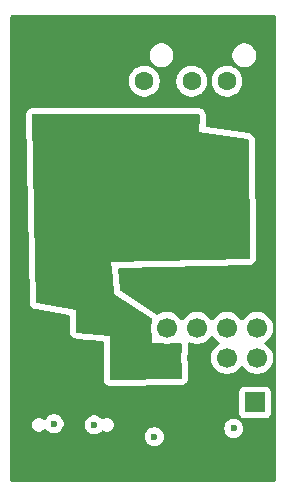
<source format=gbr>
%TF.GenerationSoftware,KiCad,Pcbnew,9.0.4*%
%TF.CreationDate,2025-09-28T00:51:41+02:00*%
%TF.ProjectId,BTM308-host-bottom,42544d33-3038-42d6-986f-73742d626f74,rev?*%
%TF.SameCoordinates,Original*%
%TF.FileFunction,Copper,L2,Inr*%
%TF.FilePolarity,Positive*%
%FSLAX46Y46*%
G04 Gerber Fmt 4.6, Leading zero omitted, Abs format (unit mm)*
G04 Created by KiCad (PCBNEW 9.0.4) date 2025-09-28 00:51:42*
%MOMM*%
%LPD*%
G01*
G04 APERTURE LIST*
%TA.AperFunction,ComponentPad*%
%ADD10R,1.700000X1.700000*%
%TD*%
%TA.AperFunction,ComponentPad*%
%ADD11C,1.700000*%
%TD*%
%TA.AperFunction,ComponentPad*%
%ADD12C,1.600000*%
%TD*%
%TA.AperFunction,HeatsinkPad*%
%ADD13O,1.000000X2.100000*%
%TD*%
%TA.AperFunction,HeatsinkPad*%
%ADD14O,1.000000X1.600000*%
%TD*%
%TA.AperFunction,ViaPad*%
%ADD15C,0.600000*%
%TD*%
G04 APERTURE END LIST*
D10*
%TO.N,AGND*%
%TO.C,J1*%
X155420000Y-85127500D03*
D11*
X155420000Y-82587500D03*
X157960000Y-85127500D03*
%TO.N,/SPK_AN*%
X157960000Y-82587500D03*
%TO.N,GND*%
X160500000Y-85127500D03*
%TO.N,/SPK_AP*%
X160500000Y-82587500D03*
%TO.N,/VCHG*%
X163040000Y-85127500D03*
%TO.N,/SPK_BP*%
X163040000Y-82587500D03*
%TO.N,/VBAT*%
X165580000Y-85127500D03*
%TO.N,/SPK_BN*%
X165580000Y-82587500D03*
%TD*%
D10*
%TO.N,GND*%
%TO.C,J4*%
X165400000Y-93800000D03*
%TD*%
%TO.N,/VBAT*%
%TO.C,J3*%
X165400000Y-88900000D03*
%TD*%
D12*
%TO.N,GND*%
%TO.C,U3*%
X155050000Y-57300000D03*
%TO.N,Net-(U3-Tip)*%
X156050000Y-61700000D03*
%TO.N,Net-(U3-Ring1)*%
X160050000Y-61700000D03*
%TO.N,unconnected-(U3-Ring2-Pad4)*%
X163050000Y-61700000D03*
%TD*%
D13*
%TO.N,GND*%
%TO.C,J2*%
X145680000Y-90267500D03*
D14*
X145680000Y-94447500D03*
D13*
X154320000Y-90267500D03*
D14*
X154320000Y-94447500D03*
%TD*%
D15*
%TO.N,GND*%
X153300000Y-59500000D03*
X164600000Y-63400000D03*
X157400000Y-63400000D03*
X154500000Y-79400000D03*
X146500000Y-60000000D03*
X145500000Y-76300000D03*
X145500000Y-81100000D03*
X145500000Y-83500000D03*
X145500000Y-71000000D03*
X156200000Y-95000000D03*
X160800000Y-91600000D03*
X166100000Y-62300000D03*
X147500000Y-57600000D03*
X145400000Y-73700000D03*
X160000000Y-80300000D03*
X163700000Y-87300000D03*
X160200000Y-95000000D03*
X166400000Y-64500000D03*
X166700000Y-57500000D03*
X151600000Y-61800000D03*
X166100000Y-72000000D03*
X148000000Y-92700000D03*
X166200000Y-69100000D03*
X150300000Y-91200000D03*
X145300000Y-68400000D03*
X162400000Y-59100000D03*
X166600000Y-59500000D03*
X164500000Y-79700000D03*
X159500000Y-63400000D03*
X146900000Y-85800000D03*
X155900000Y-89700000D03*
X150300000Y-58000000D03*
X166000000Y-91700000D03*
X145500000Y-92400000D03*
X166100000Y-75000000D03*
X163400000Y-93800000D03*
X162300000Y-57400000D03*
X159000000Y-91800000D03*
X152800000Y-95000000D03*
X145300000Y-62400000D03*
X147900000Y-95000000D03*
X164700000Y-57500000D03*
X154500000Y-92500000D03*
X162800000Y-88500000D03*
X148000000Y-81500000D03*
X159800000Y-57500000D03*
X163800000Y-78400000D03*
X152700000Y-62600000D03*
X150100000Y-93100000D03*
X150500000Y-95000000D03*
X159300000Y-59200000D03*
X145400000Y-65200000D03*
X152400000Y-93000000D03*
X158900000Y-79200000D03*
X163300000Y-95000000D03*
X145500000Y-78600000D03*
X161500000Y-87400000D03*
X148700000Y-59600000D03*
X161200000Y-94100000D03*
X145600000Y-57800000D03*
X165200000Y-61100000D03*
X157400000Y-57300000D03*
X152700000Y-57500000D03*
%TO.N,/VCHG*%
X148400000Y-90700000D03*
X156900000Y-91800000D03*
X151800000Y-90800000D03*
%TO.N,/VBAT*%
X163600000Y-91100000D03*
%TO.N,AGND*%
X148500000Y-64750000D03*
X155750000Y-69750000D03*
X150750000Y-67000000D03*
X150750000Y-78250000D03*
X152500000Y-82500000D03*
X150750000Y-69250000D03*
X150750000Y-64750000D03*
X150750000Y-71500000D03*
X150750000Y-80500000D03*
X150750000Y-75750000D03*
%TD*%
%TA.AperFunction,Conductor*%
%TO.N,GND*%
G36*
X167141600Y-56120471D02*
G01*
X167187355Y-56173275D01*
X167198561Y-56224786D01*
X167198561Y-95476786D01*
X167178876Y-95543825D01*
X167126072Y-95589580D01*
X167074561Y-95600786D01*
X144824500Y-95600786D01*
X144757461Y-95581101D01*
X144711706Y-95528297D01*
X144700500Y-95476786D01*
X144700500Y-91721153D01*
X156099500Y-91721153D01*
X156099500Y-91878846D01*
X156130261Y-92033489D01*
X156130264Y-92033501D01*
X156190602Y-92179172D01*
X156190609Y-92179185D01*
X156278210Y-92310288D01*
X156278213Y-92310292D01*
X156389707Y-92421786D01*
X156389711Y-92421789D01*
X156520814Y-92509390D01*
X156520827Y-92509397D01*
X156666498Y-92569735D01*
X156666503Y-92569737D01*
X156821153Y-92600499D01*
X156821156Y-92600500D01*
X156821158Y-92600500D01*
X156978844Y-92600500D01*
X156978845Y-92600499D01*
X157133497Y-92569737D01*
X157279179Y-92509394D01*
X157410289Y-92421789D01*
X157521789Y-92310289D01*
X157609394Y-92179179D01*
X157669737Y-92033497D01*
X157700500Y-91878842D01*
X157700500Y-91721158D01*
X157700500Y-91721155D01*
X157700499Y-91721153D01*
X157678447Y-91610292D01*
X157669737Y-91566503D01*
X157642398Y-91500500D01*
X157609397Y-91420827D01*
X157609390Y-91420814D01*
X157521789Y-91289711D01*
X157521786Y-91289707D01*
X157410292Y-91178213D01*
X157410288Y-91178210D01*
X157320429Y-91118168D01*
X157279185Y-91090609D01*
X157279172Y-91090602D01*
X157133501Y-91030264D01*
X157133489Y-91030261D01*
X157087701Y-91021153D01*
X162799500Y-91021153D01*
X162799500Y-91178846D01*
X162830261Y-91333489D01*
X162830264Y-91333501D01*
X162890602Y-91479172D01*
X162890609Y-91479185D01*
X162978210Y-91610288D01*
X162978213Y-91610292D01*
X163089707Y-91721786D01*
X163089711Y-91721789D01*
X163220814Y-91809390D01*
X163220827Y-91809397D01*
X163366498Y-91869735D01*
X163366503Y-91869737D01*
X163521153Y-91900499D01*
X163521156Y-91900500D01*
X163521158Y-91900500D01*
X163678844Y-91900500D01*
X163678845Y-91900499D01*
X163833497Y-91869737D01*
X163979179Y-91809394D01*
X164110289Y-91721789D01*
X164221789Y-91610289D01*
X164309394Y-91479179D01*
X164369737Y-91333497D01*
X164400500Y-91178842D01*
X164400500Y-91021158D01*
X164400500Y-91021155D01*
X164400499Y-91021153D01*
X164371082Y-90873265D01*
X164369737Y-90866503D01*
X164333427Y-90778842D01*
X164309397Y-90720827D01*
X164309390Y-90720814D01*
X164221789Y-90589711D01*
X164221786Y-90589707D01*
X164110292Y-90478213D01*
X164110288Y-90478210D01*
X163979185Y-90390609D01*
X163979172Y-90390602D01*
X163833501Y-90330264D01*
X163833489Y-90330261D01*
X163678845Y-90299500D01*
X163678842Y-90299500D01*
X163521158Y-90299500D01*
X163521155Y-90299500D01*
X163366510Y-90330261D01*
X163366498Y-90330264D01*
X163220827Y-90390602D01*
X163220814Y-90390609D01*
X163089711Y-90478210D01*
X163089707Y-90478213D01*
X162978213Y-90589707D01*
X162978210Y-90589711D01*
X162890609Y-90720814D01*
X162890602Y-90720827D01*
X162830264Y-90866498D01*
X162830261Y-90866510D01*
X162799500Y-91021153D01*
X157087701Y-91021153D01*
X156978845Y-90999500D01*
X156978842Y-90999500D01*
X156821158Y-90999500D01*
X156821155Y-90999500D01*
X156666510Y-91030261D01*
X156666498Y-91030264D01*
X156520827Y-91090602D01*
X156520814Y-91090609D01*
X156389711Y-91178210D01*
X156389707Y-91178213D01*
X156278213Y-91289707D01*
X156278210Y-91289711D01*
X156190609Y-91420814D01*
X156190602Y-91420827D01*
X156130264Y-91566498D01*
X156130261Y-91566510D01*
X156099500Y-91721153D01*
X144700500Y-91721153D01*
X144700500Y-90721734D01*
X146534500Y-90721734D01*
X146534500Y-90873265D01*
X146573719Y-91019636D01*
X146608093Y-91079172D01*
X146649485Y-91150865D01*
X146756635Y-91258015D01*
X146887865Y-91333781D01*
X147034234Y-91373000D01*
X147034236Y-91373000D01*
X147185764Y-91373000D01*
X147185766Y-91373000D01*
X147332135Y-91333781D01*
X147463365Y-91258015D01*
X147564380Y-91156999D01*
X147625699Y-91123517D01*
X147695391Y-91128501D01*
X147751325Y-91170372D01*
X147755160Y-91175791D01*
X147778213Y-91210292D01*
X147889707Y-91321786D01*
X147889711Y-91321789D01*
X148020814Y-91409390D01*
X148020827Y-91409397D01*
X148166498Y-91469735D01*
X148166503Y-91469737D01*
X148321153Y-91500499D01*
X148321156Y-91500500D01*
X148321158Y-91500500D01*
X148478844Y-91500500D01*
X148478845Y-91500499D01*
X148633497Y-91469737D01*
X148751592Y-91420821D01*
X148779172Y-91409397D01*
X148779172Y-91409396D01*
X148779179Y-91409394D01*
X148910289Y-91321789D01*
X149021789Y-91210289D01*
X149109394Y-91079179D01*
X149169737Y-90933497D01*
X149200500Y-90778842D01*
X149200500Y-90721153D01*
X150999500Y-90721153D01*
X150999500Y-90878846D01*
X151030261Y-91033489D01*
X151030264Y-91033501D01*
X151090602Y-91179172D01*
X151090609Y-91179185D01*
X151178210Y-91310288D01*
X151178213Y-91310292D01*
X151289707Y-91421786D01*
X151289711Y-91421789D01*
X151420814Y-91509390D01*
X151420827Y-91509397D01*
X151558683Y-91566498D01*
X151566503Y-91569737D01*
X151721153Y-91600499D01*
X151721156Y-91600500D01*
X151721158Y-91600500D01*
X151878844Y-91600500D01*
X151878845Y-91600499D01*
X151889179Y-91598443D01*
X151914287Y-91593450D01*
X151914292Y-91593449D01*
X151999800Y-91576439D01*
X152033497Y-91569737D01*
X152179179Y-91509394D01*
X152310289Y-91421789D01*
X152359079Y-91372999D01*
X152426097Y-91305982D01*
X152427144Y-91307029D01*
X152478803Y-91271828D01*
X152548648Y-91269946D01*
X152578926Y-91282432D01*
X152667865Y-91333781D01*
X152814234Y-91373000D01*
X152814236Y-91373000D01*
X152965764Y-91373000D01*
X152965766Y-91373000D01*
X153112135Y-91333781D01*
X153243365Y-91258015D01*
X153350515Y-91150865D01*
X153426281Y-91019635D01*
X153465500Y-90873266D01*
X153465500Y-90721734D01*
X153426281Y-90575365D01*
X153350515Y-90444135D01*
X153243365Y-90336985D01*
X153167803Y-90293359D01*
X153112136Y-90261219D01*
X153038950Y-90241609D01*
X152965766Y-90222000D01*
X152814234Y-90222000D01*
X152667865Y-90261219D01*
X152667864Y-90261219D01*
X152667862Y-90261220D01*
X152667861Y-90261220D01*
X152576146Y-90314172D01*
X152508245Y-90330645D01*
X152442219Y-90307792D01*
X152426755Y-90293359D01*
X152426097Y-90294018D01*
X152310292Y-90178213D01*
X152310288Y-90178210D01*
X152179185Y-90090609D01*
X152179172Y-90090602D01*
X152033501Y-90030264D01*
X152033489Y-90030261D01*
X151878845Y-89999500D01*
X151878842Y-89999500D01*
X151721158Y-89999500D01*
X151721155Y-89999500D01*
X151566510Y-90030261D01*
X151566498Y-90030264D01*
X151420827Y-90090602D01*
X151420814Y-90090609D01*
X151289711Y-90178210D01*
X151289707Y-90178213D01*
X151178213Y-90289707D01*
X151178210Y-90289711D01*
X151090609Y-90420814D01*
X151090602Y-90420827D01*
X151030264Y-90566498D01*
X151030261Y-90566510D01*
X150999500Y-90721153D01*
X149200500Y-90721153D01*
X149200500Y-90621158D01*
X149200500Y-90621155D01*
X149200499Y-90621153D01*
X149172066Y-90478211D01*
X149169737Y-90466503D01*
X149136762Y-90386894D01*
X149109397Y-90320827D01*
X149109390Y-90320814D01*
X149021789Y-90189711D01*
X149021786Y-90189707D01*
X148910292Y-90078213D01*
X148910288Y-90078210D01*
X148779185Y-89990609D01*
X148779172Y-89990602D01*
X148633501Y-89930264D01*
X148633489Y-89930261D01*
X148478845Y-89899500D01*
X148478842Y-89899500D01*
X148321158Y-89899500D01*
X148321155Y-89899500D01*
X148166510Y-89930261D01*
X148166498Y-89930264D01*
X148020827Y-89990602D01*
X148020814Y-89990609D01*
X147889711Y-90078210D01*
X147889707Y-90078213D01*
X147778213Y-90189707D01*
X147778210Y-90189711D01*
X147690609Y-90320814D01*
X147690604Y-90320824D01*
X147690332Y-90321482D01*
X147690097Y-90321773D01*
X147687736Y-90326191D01*
X147686898Y-90325743D01*
X147646491Y-90375885D01*
X147580197Y-90397950D01*
X147512497Y-90380671D01*
X147488090Y-90361710D01*
X147463367Y-90336987D01*
X147463365Y-90336985D01*
X147387803Y-90293359D01*
X147332136Y-90261219D01*
X147258950Y-90241609D01*
X147185766Y-90222000D01*
X147034234Y-90222000D01*
X146887863Y-90261219D01*
X146756635Y-90336985D01*
X146756632Y-90336987D01*
X146649487Y-90444132D01*
X146649485Y-90444135D01*
X146573719Y-90575363D01*
X146534500Y-90721734D01*
X144700500Y-90721734D01*
X144700500Y-88002135D01*
X164049500Y-88002135D01*
X164049500Y-89797870D01*
X164049501Y-89797876D01*
X164055908Y-89857483D01*
X164106202Y-89992328D01*
X164106206Y-89992335D01*
X164192452Y-90107544D01*
X164192455Y-90107547D01*
X164307664Y-90193793D01*
X164307671Y-90193797D01*
X164442517Y-90244091D01*
X164442516Y-90244091D01*
X164449444Y-90244835D01*
X164502127Y-90250500D01*
X166297872Y-90250499D01*
X166357483Y-90244091D01*
X166492331Y-90193796D01*
X166607546Y-90107546D01*
X166693796Y-89992331D01*
X166744091Y-89857483D01*
X166750500Y-89797873D01*
X166750499Y-88002128D01*
X166744091Y-87942517D01*
X166693796Y-87807669D01*
X166693795Y-87807668D01*
X166693793Y-87807664D01*
X166607547Y-87692455D01*
X166607544Y-87692452D01*
X166492335Y-87606206D01*
X166492328Y-87606202D01*
X166357482Y-87555908D01*
X166357483Y-87555908D01*
X166297883Y-87549501D01*
X166297881Y-87549500D01*
X166297873Y-87549500D01*
X166297864Y-87549500D01*
X164502129Y-87549500D01*
X164502123Y-87549501D01*
X164442516Y-87555908D01*
X164307671Y-87606202D01*
X164307664Y-87606206D01*
X164192455Y-87692452D01*
X164192452Y-87692455D01*
X164106206Y-87807664D01*
X164106202Y-87807671D01*
X164055908Y-87942517D01*
X164049501Y-88002116D01*
X164049501Y-88002123D01*
X164049500Y-88002135D01*
X144700500Y-88002135D01*
X144700500Y-64625843D01*
X145997241Y-64625843D01*
X146324970Y-80387683D01*
X146329946Y-80448697D01*
X146329947Y-80448704D01*
X146334188Y-80478382D01*
X146346499Y-80538331D01*
X146346502Y-80538342D01*
X146403315Y-80670529D01*
X146403316Y-80670530D01*
X146437009Y-80725643D01*
X146438044Y-80727509D01*
X146439760Y-80730142D01*
X146439763Y-80730148D01*
X146531519Y-80840974D01*
X146650781Y-80921460D01*
X146713669Y-80951905D01*
X146850772Y-80995530D01*
X149640902Y-81460891D01*
X149703788Y-81491335D01*
X149740232Y-81550947D01*
X149744500Y-81583200D01*
X149744500Y-82887076D01*
X149744501Y-82887101D01*
X149751572Y-82971341D01*
X149751572Y-82971343D01*
X149758459Y-83012083D01*
X149758461Y-83012092D01*
X149758462Y-83012096D01*
X149779477Y-83093992D01*
X149844176Y-83218963D01*
X149845628Y-83221766D01*
X149886253Y-83278610D01*
X149957358Y-83352926D01*
X149985718Y-83382567D01*
X150110446Y-83454293D01*
X150110447Y-83454293D01*
X150110450Y-83454295D01*
X150136408Y-83464635D01*
X150173457Y-83479393D01*
X150175154Y-83480102D01*
X150175357Y-83480150D01*
X150175359Y-83480152D01*
X150315242Y-83513832D01*
X152512074Y-83719785D01*
X152576984Y-83745642D01*
X152617610Y-83802486D01*
X152624500Y-83843244D01*
X152624500Y-85224760D01*
X152624482Y-85226849D01*
X152596514Y-86886882D01*
X152596514Y-86886890D01*
X152607983Y-87002795D01*
X152607985Y-87002810D01*
X152607986Y-87002815D01*
X152620048Y-87058285D01*
X152657748Y-87168498D01*
X152737537Y-87288219D01*
X152737539Y-87288221D01*
X152737542Y-87288225D01*
X152777130Y-87332403D01*
X152784169Y-87340258D01*
X152894458Y-87432653D01*
X152894459Y-87432653D01*
X152894461Y-87432655D01*
X153026317Y-87490237D01*
X153090534Y-87507936D01*
X153092498Y-87508534D01*
X153093675Y-87508802D01*
X153093678Y-87508803D01*
X153236415Y-87526903D01*
X159136248Y-87428573D01*
X159239871Y-87416069D01*
X159289539Y-87404779D01*
X159388394Y-87371256D01*
X159509279Y-87293229D01*
X159561992Y-87247370D01*
X159655995Y-87138451D01*
X159715508Y-87007456D01*
X159734407Y-86942619D01*
X159734920Y-86940976D01*
X159735060Y-86940382D01*
X159735061Y-86940377D01*
X159735062Y-86940374D01*
X159755257Y-86797918D01*
X159753015Y-85661458D01*
X159746714Y-85582881D01*
X159740645Y-85544808D01*
X159722206Y-85468174D01*
X159678822Y-85334651D01*
X159674280Y-85315731D01*
X159656527Y-85203641D01*
X159655000Y-85184243D01*
X159655000Y-85070752D01*
X159656527Y-85051355D01*
X159661301Y-85021213D01*
X159674280Y-84939260D01*
X159678822Y-84920345D01*
X159720103Y-84793298D01*
X159720106Y-84793290D01*
X159738702Y-84715666D01*
X159744771Y-84677103D01*
X159750916Y-84597518D01*
X159749700Y-83981184D01*
X159744521Y-83933679D01*
X159756824Y-83864904D01*
X159804359Y-83813696D01*
X159872032Y-83796316D01*
X159924084Y-83809757D01*
X159981588Y-83839057D01*
X160183757Y-83904746D01*
X160393713Y-83938000D01*
X160393714Y-83938000D01*
X160606286Y-83938000D01*
X160606287Y-83938000D01*
X160816243Y-83904746D01*
X161018412Y-83839057D01*
X161207816Y-83742551D01*
X161239151Y-83719785D01*
X161379786Y-83617609D01*
X161379788Y-83617606D01*
X161379792Y-83617604D01*
X161530104Y-83467292D01*
X161530106Y-83467288D01*
X161530109Y-83467286D01*
X161655048Y-83295320D01*
X161655047Y-83295320D01*
X161655051Y-83295316D01*
X161659514Y-83286554D01*
X161707488Y-83235759D01*
X161775308Y-83218963D01*
X161841444Y-83241499D01*
X161880486Y-83286556D01*
X161884951Y-83295320D01*
X162009890Y-83467286D01*
X162160213Y-83617609D01*
X162332182Y-83742550D01*
X162340946Y-83747016D01*
X162391742Y-83794991D01*
X162408536Y-83862812D01*
X162385998Y-83928947D01*
X162340946Y-83967984D01*
X162332182Y-83972449D01*
X162160213Y-84097390D01*
X162009890Y-84247713D01*
X161884951Y-84419679D01*
X161788444Y-84609085D01*
X161722753Y-84811260D01*
X161705476Y-84920345D01*
X161689500Y-85021213D01*
X161689500Y-85233787D01*
X161722754Y-85443743D01*
X161755590Y-85544802D01*
X161788444Y-85645914D01*
X161884951Y-85835320D01*
X162009890Y-86007286D01*
X162160213Y-86157609D01*
X162332179Y-86282548D01*
X162332181Y-86282549D01*
X162332184Y-86282551D01*
X162521588Y-86379057D01*
X162723757Y-86444746D01*
X162933713Y-86478000D01*
X162933714Y-86478000D01*
X163146286Y-86478000D01*
X163146287Y-86478000D01*
X163356243Y-86444746D01*
X163558412Y-86379057D01*
X163747816Y-86282551D01*
X163769789Y-86266586D01*
X163919786Y-86157609D01*
X163919788Y-86157606D01*
X163919792Y-86157604D01*
X164070104Y-86007292D01*
X164070106Y-86007288D01*
X164070109Y-86007286D01*
X164195048Y-85835320D01*
X164195047Y-85835320D01*
X164195051Y-85835316D01*
X164199514Y-85826554D01*
X164247488Y-85775759D01*
X164315308Y-85758963D01*
X164381444Y-85781499D01*
X164420486Y-85826556D01*
X164424951Y-85835320D01*
X164549890Y-86007286D01*
X164700213Y-86157609D01*
X164872179Y-86282548D01*
X164872181Y-86282549D01*
X164872184Y-86282551D01*
X165061588Y-86379057D01*
X165263757Y-86444746D01*
X165473713Y-86478000D01*
X165473714Y-86478000D01*
X165686286Y-86478000D01*
X165686287Y-86478000D01*
X165896243Y-86444746D01*
X166098412Y-86379057D01*
X166287816Y-86282551D01*
X166309789Y-86266586D01*
X166459786Y-86157609D01*
X166459788Y-86157606D01*
X166459792Y-86157604D01*
X166610104Y-86007292D01*
X166610106Y-86007288D01*
X166610109Y-86007286D01*
X166735048Y-85835320D01*
X166735047Y-85835320D01*
X166735051Y-85835316D01*
X166831557Y-85645912D01*
X166897246Y-85443743D01*
X166930500Y-85233787D01*
X166930500Y-85021213D01*
X166897246Y-84811257D01*
X166831557Y-84609088D01*
X166735051Y-84419684D01*
X166735049Y-84419681D01*
X166735048Y-84419679D01*
X166610109Y-84247713D01*
X166459786Y-84097390D01*
X166287820Y-83972451D01*
X166287115Y-83972091D01*
X166279054Y-83967985D01*
X166228259Y-83920012D01*
X166211463Y-83852192D01*
X166233999Y-83786056D01*
X166279054Y-83747015D01*
X166287816Y-83742551D01*
X166319151Y-83719785D01*
X166459786Y-83617609D01*
X166459788Y-83617606D01*
X166459792Y-83617604D01*
X166610104Y-83467292D01*
X166610106Y-83467288D01*
X166610109Y-83467286D01*
X166735048Y-83295320D01*
X166735047Y-83295320D01*
X166735051Y-83295316D01*
X166831557Y-83105912D01*
X166897246Y-82903743D01*
X166930500Y-82693787D01*
X166930500Y-82481213D01*
X166897246Y-82271257D01*
X166831557Y-82069088D01*
X166735051Y-81879684D01*
X166735049Y-81879681D01*
X166735048Y-81879679D01*
X166610109Y-81707713D01*
X166459786Y-81557390D01*
X166287820Y-81432451D01*
X166098414Y-81335944D01*
X166098413Y-81335943D01*
X166098412Y-81335943D01*
X165896243Y-81270254D01*
X165896241Y-81270253D01*
X165896240Y-81270253D01*
X165734957Y-81244708D01*
X165686287Y-81237000D01*
X165473713Y-81237000D01*
X165425042Y-81244708D01*
X165263760Y-81270253D01*
X165061585Y-81335944D01*
X164872179Y-81432451D01*
X164700213Y-81557390D01*
X164549890Y-81707713D01*
X164424949Y-81879682D01*
X164420484Y-81888446D01*
X164372509Y-81939242D01*
X164304688Y-81956036D01*
X164238553Y-81933498D01*
X164199516Y-81888446D01*
X164195050Y-81879682D01*
X164070109Y-81707713D01*
X163919786Y-81557390D01*
X163747820Y-81432451D01*
X163558414Y-81335944D01*
X163558413Y-81335943D01*
X163558412Y-81335943D01*
X163356243Y-81270254D01*
X163356241Y-81270253D01*
X163356240Y-81270253D01*
X163194957Y-81244708D01*
X163146287Y-81237000D01*
X162933713Y-81237000D01*
X162885042Y-81244708D01*
X162723760Y-81270253D01*
X162521585Y-81335944D01*
X162332179Y-81432451D01*
X162160213Y-81557390D01*
X162009890Y-81707713D01*
X161884949Y-81879682D01*
X161880484Y-81888446D01*
X161832509Y-81939242D01*
X161764688Y-81956036D01*
X161698553Y-81933498D01*
X161659516Y-81888446D01*
X161655050Y-81879682D01*
X161530109Y-81707713D01*
X161379786Y-81557390D01*
X161207820Y-81432451D01*
X161018414Y-81335944D01*
X161018413Y-81335943D01*
X161018412Y-81335943D01*
X160816243Y-81270254D01*
X160816241Y-81270253D01*
X160816240Y-81270253D01*
X160654957Y-81244708D01*
X160606287Y-81237000D01*
X160393713Y-81237000D01*
X160345042Y-81244708D01*
X160183760Y-81270253D01*
X159981585Y-81335944D01*
X159792179Y-81432451D01*
X159620213Y-81557390D01*
X159469890Y-81707713D01*
X159344949Y-81879682D01*
X159340484Y-81888446D01*
X159292509Y-81939242D01*
X159224688Y-81956036D01*
X159158553Y-81933498D01*
X159119516Y-81888446D01*
X159115050Y-81879682D01*
X158990109Y-81707713D01*
X158839786Y-81557390D01*
X158667820Y-81432451D01*
X158478414Y-81335944D01*
X158478413Y-81335943D01*
X158478412Y-81335943D01*
X158276243Y-81270254D01*
X158276241Y-81270253D01*
X158276240Y-81270253D01*
X158114957Y-81244708D01*
X158066287Y-81237000D01*
X157853713Y-81237000D01*
X157805042Y-81244708D01*
X157643760Y-81270253D01*
X157441585Y-81335944D01*
X157252186Y-81432447D01*
X157225305Y-81451977D01*
X157159498Y-81475454D01*
X157091444Y-81459626D01*
X157059626Y-81433903D01*
X157010501Y-81378476D01*
X157010496Y-81378471D01*
X157010493Y-81378468D01*
X156900710Y-81285471D01*
X156900702Y-81285465D01*
X154038381Y-79490907D01*
X153992038Y-79438619D01*
X153980588Y-79395008D01*
X153904268Y-78364681D01*
X153903586Y-78356403D01*
X153903219Y-78352353D01*
X153902405Y-78344120D01*
X153825675Y-77627978D01*
X153838105Y-77559224D01*
X153885734Y-77508104D01*
X153946328Y-77490797D01*
X164888189Y-77257993D01*
X164992567Y-77244821D01*
X165042549Y-77233130D01*
X165141924Y-77198647D01*
X165262193Y-77119672D01*
X165313885Y-77073982D01*
X165314489Y-77073456D01*
X165314550Y-77073395D01*
X165314551Y-77073394D01*
X165407696Y-76963733D01*
X165466173Y-76832272D01*
X165485196Y-76765041D01*
X165504267Y-76622433D01*
X165406524Y-66701493D01*
X165401010Y-66631848D01*
X165395962Y-66598028D01*
X165380895Y-66529796D01*
X165321006Y-66398972D01*
X165283178Y-66340228D01*
X165188864Y-66231583D01*
X165067755Y-66153903D01*
X165046992Y-66144443D01*
X165004199Y-66124946D01*
X165004184Y-66124939D01*
X165004174Y-66124935D01*
X165004169Y-66124933D01*
X165004167Y-66124932D01*
X165004164Y-66124931D01*
X165004161Y-66124930D01*
X164866093Y-66084524D01*
X164866088Y-66084523D01*
X161334027Y-65579943D01*
X161270445Y-65550975D01*
X161232617Y-65492231D01*
X161227661Y-65452266D01*
X161259978Y-64638981D01*
X161250866Y-64521313D01*
X161239763Y-64464888D01*
X161203612Y-64352535D01*
X161125835Y-64231489D01*
X161091756Y-64192152D01*
X161086887Y-64184576D01*
X161080085Y-64178680D01*
X160971356Y-64084449D01*
X160840483Y-64024667D01*
X160840481Y-64024666D01*
X160840478Y-64024665D01*
X160773448Y-64004977D01*
X160769263Y-64004375D01*
X160759337Y-64002947D01*
X160631031Y-63984487D01*
X151012697Y-63983643D01*
X150988517Y-63981260D01*
X150828846Y-63949500D01*
X150828842Y-63949500D01*
X150671158Y-63949500D01*
X150671156Y-63949500D01*
X150511722Y-63981214D01*
X150487519Y-63983597D01*
X148761698Y-63983445D01*
X148737518Y-63981062D01*
X148578845Y-63949500D01*
X148578842Y-63949500D01*
X148421158Y-63949500D01*
X148421155Y-63949500D01*
X148262709Y-63981017D01*
X148238507Y-63983400D01*
X146626663Y-63983259D01*
X146626662Y-63983259D01*
X146626659Y-63983259D01*
X146626650Y-63983259D01*
X146626650Y-63983260D01*
X146514057Y-63995950D01*
X146460195Y-64008252D01*
X146460181Y-64008256D01*
X146353259Y-64045703D01*
X146353253Y-64045706D01*
X146233863Y-64125988D01*
X146233858Y-64125992D01*
X146182421Y-64172469D01*
X146182248Y-64172625D01*
X146182018Y-64172831D01*
X146133290Y-64231489D01*
X146090074Y-64283511D01*
X146090074Y-64283512D01*
X146033037Y-64415605D01*
X146014752Y-64483035D01*
X145997241Y-64625843D01*
X144700500Y-64625843D01*
X144700500Y-61597648D01*
X154749500Y-61597648D01*
X154749500Y-61802351D01*
X154781522Y-62004534D01*
X154844781Y-62199223D01*
X154937715Y-62381613D01*
X155058028Y-62547213D01*
X155202786Y-62691971D01*
X155357749Y-62804556D01*
X155368390Y-62812287D01*
X155484607Y-62871503D01*
X155550776Y-62905218D01*
X155550778Y-62905218D01*
X155550781Y-62905220D01*
X155655137Y-62939127D01*
X155745465Y-62968477D01*
X155846557Y-62984488D01*
X155947648Y-63000500D01*
X155947649Y-63000500D01*
X156152351Y-63000500D01*
X156152352Y-63000500D01*
X156354534Y-62968477D01*
X156549219Y-62905220D01*
X156731610Y-62812287D01*
X156824590Y-62744732D01*
X156897213Y-62691971D01*
X156897215Y-62691968D01*
X156897219Y-62691966D01*
X157041966Y-62547219D01*
X157041968Y-62547215D01*
X157041971Y-62547213D01*
X157094732Y-62474590D01*
X157162287Y-62381610D01*
X157255220Y-62199219D01*
X157318477Y-62004534D01*
X157350500Y-61802352D01*
X157350500Y-61597648D01*
X158749500Y-61597648D01*
X158749500Y-61802351D01*
X158781522Y-62004534D01*
X158844781Y-62199223D01*
X158937715Y-62381613D01*
X159058028Y-62547213D01*
X159202786Y-62691971D01*
X159357749Y-62804556D01*
X159368390Y-62812287D01*
X159484607Y-62871503D01*
X159550776Y-62905218D01*
X159550778Y-62905218D01*
X159550781Y-62905220D01*
X159655137Y-62939127D01*
X159745465Y-62968477D01*
X159846557Y-62984488D01*
X159947648Y-63000500D01*
X159947649Y-63000500D01*
X160152351Y-63000500D01*
X160152352Y-63000500D01*
X160354534Y-62968477D01*
X160549219Y-62905220D01*
X160731610Y-62812287D01*
X160824590Y-62744732D01*
X160897213Y-62691971D01*
X160897215Y-62691968D01*
X160897219Y-62691966D01*
X161041966Y-62547219D01*
X161041968Y-62547215D01*
X161041971Y-62547213D01*
X161094732Y-62474590D01*
X161162287Y-62381610D01*
X161255220Y-62199219D01*
X161318477Y-62004534D01*
X161350500Y-61802352D01*
X161350500Y-61597648D01*
X161749500Y-61597648D01*
X161749500Y-61802351D01*
X161781522Y-62004534D01*
X161844781Y-62199223D01*
X161937715Y-62381613D01*
X162058028Y-62547213D01*
X162202786Y-62691971D01*
X162357749Y-62804556D01*
X162368390Y-62812287D01*
X162484607Y-62871503D01*
X162550776Y-62905218D01*
X162550778Y-62905218D01*
X162550781Y-62905220D01*
X162655137Y-62939127D01*
X162745465Y-62968477D01*
X162846557Y-62984488D01*
X162947648Y-63000500D01*
X162947649Y-63000500D01*
X163152351Y-63000500D01*
X163152352Y-63000500D01*
X163354534Y-62968477D01*
X163549219Y-62905220D01*
X163731610Y-62812287D01*
X163824590Y-62744732D01*
X163897213Y-62691971D01*
X163897215Y-62691968D01*
X163897219Y-62691966D01*
X164041966Y-62547219D01*
X164041968Y-62547215D01*
X164041971Y-62547213D01*
X164094732Y-62474590D01*
X164162287Y-62381610D01*
X164255220Y-62199219D01*
X164318477Y-62004534D01*
X164350500Y-61802352D01*
X164350500Y-61597648D01*
X164318477Y-61395466D01*
X164255220Y-61200781D01*
X164255218Y-61200778D01*
X164255218Y-61200776D01*
X164221503Y-61134607D01*
X164162287Y-61018390D01*
X164154556Y-61007749D01*
X164041971Y-60852786D01*
X163897213Y-60708028D01*
X163731613Y-60587715D01*
X163731612Y-60587714D01*
X163731610Y-60587713D01*
X163674653Y-60558691D01*
X163549223Y-60494781D01*
X163354534Y-60431522D01*
X163179995Y-60403878D01*
X163152352Y-60399500D01*
X162947648Y-60399500D01*
X162923329Y-60403351D01*
X162745465Y-60431522D01*
X162550776Y-60494781D01*
X162368386Y-60587715D01*
X162202786Y-60708028D01*
X162058028Y-60852786D01*
X161937715Y-61018386D01*
X161844781Y-61200776D01*
X161781522Y-61395465D01*
X161749500Y-61597648D01*
X161350500Y-61597648D01*
X161318477Y-61395466D01*
X161255220Y-61200781D01*
X161255218Y-61200778D01*
X161255218Y-61200776D01*
X161221503Y-61134607D01*
X161162287Y-61018390D01*
X161154556Y-61007749D01*
X161041971Y-60852786D01*
X160897213Y-60708028D01*
X160731613Y-60587715D01*
X160731612Y-60587714D01*
X160731610Y-60587713D01*
X160674653Y-60558691D01*
X160549223Y-60494781D01*
X160354534Y-60431522D01*
X160179995Y-60403878D01*
X160152352Y-60399500D01*
X159947648Y-60399500D01*
X159923329Y-60403351D01*
X159745465Y-60431522D01*
X159550776Y-60494781D01*
X159368386Y-60587715D01*
X159202786Y-60708028D01*
X159058028Y-60852786D01*
X158937715Y-61018386D01*
X158844781Y-61200776D01*
X158781522Y-61395465D01*
X158749500Y-61597648D01*
X157350500Y-61597648D01*
X157318477Y-61395466D01*
X157255220Y-61200781D01*
X157255218Y-61200778D01*
X157255218Y-61200776D01*
X157221503Y-61134607D01*
X157162287Y-61018390D01*
X157154556Y-61007749D01*
X157041971Y-60852786D01*
X156897213Y-60708028D01*
X156731613Y-60587715D01*
X156731612Y-60587714D01*
X156731610Y-60587713D01*
X156674653Y-60558691D01*
X156549223Y-60494781D01*
X156354534Y-60431522D01*
X156179995Y-60403878D01*
X156152352Y-60399500D01*
X155947648Y-60399500D01*
X155923329Y-60403351D01*
X155745465Y-60431522D01*
X155550776Y-60494781D01*
X155368386Y-60587715D01*
X155202786Y-60708028D01*
X155058028Y-60852786D01*
X154937715Y-61018386D01*
X154844781Y-61200776D01*
X154781522Y-61395465D01*
X154749500Y-61597648D01*
X144700500Y-61597648D01*
X144700500Y-59598543D01*
X156499499Y-59598543D01*
X156537947Y-59791829D01*
X156537950Y-59791839D01*
X156613364Y-59973907D01*
X156613371Y-59973920D01*
X156722860Y-60137781D01*
X156722863Y-60137785D01*
X156862214Y-60277136D01*
X156862218Y-60277139D01*
X157026079Y-60386628D01*
X157026092Y-60386635D01*
X157134463Y-60431523D01*
X157208165Y-60462051D01*
X157208169Y-60462051D01*
X157208170Y-60462052D01*
X157401456Y-60500500D01*
X157401459Y-60500500D01*
X157598543Y-60500500D01*
X157728582Y-60474632D01*
X157791835Y-60462051D01*
X157973914Y-60386632D01*
X158137782Y-60277139D01*
X158277139Y-60137782D01*
X158386632Y-59973914D01*
X158462051Y-59791835D01*
X158500500Y-59598543D01*
X163499499Y-59598543D01*
X163537947Y-59791829D01*
X163537950Y-59791839D01*
X163613364Y-59973907D01*
X163613371Y-59973920D01*
X163722860Y-60137781D01*
X163722863Y-60137785D01*
X163862214Y-60277136D01*
X163862218Y-60277139D01*
X164026079Y-60386628D01*
X164026092Y-60386635D01*
X164134463Y-60431523D01*
X164208165Y-60462051D01*
X164208169Y-60462051D01*
X164208170Y-60462052D01*
X164401456Y-60500500D01*
X164401459Y-60500500D01*
X164598543Y-60500500D01*
X164728582Y-60474632D01*
X164791835Y-60462051D01*
X164973914Y-60386632D01*
X165137782Y-60277139D01*
X165277139Y-60137782D01*
X165386632Y-59973914D01*
X165462051Y-59791835D01*
X165500500Y-59598541D01*
X165500500Y-59401459D01*
X165500500Y-59401456D01*
X165462052Y-59208170D01*
X165462051Y-59208169D01*
X165462051Y-59208165D01*
X165462049Y-59208160D01*
X165386635Y-59026092D01*
X165386628Y-59026079D01*
X165277139Y-58862218D01*
X165277136Y-58862214D01*
X165137785Y-58722863D01*
X165137781Y-58722860D01*
X164973920Y-58613371D01*
X164973907Y-58613364D01*
X164791839Y-58537950D01*
X164791829Y-58537947D01*
X164598543Y-58499500D01*
X164598541Y-58499500D01*
X164401459Y-58499500D01*
X164401457Y-58499500D01*
X164208170Y-58537947D01*
X164208160Y-58537950D01*
X164026092Y-58613364D01*
X164026079Y-58613371D01*
X163862218Y-58722860D01*
X163862214Y-58722863D01*
X163722863Y-58862214D01*
X163722860Y-58862218D01*
X163613371Y-59026079D01*
X163613364Y-59026092D01*
X163537950Y-59208160D01*
X163537947Y-59208170D01*
X163499500Y-59401456D01*
X163499500Y-59401459D01*
X163499500Y-59598541D01*
X163499500Y-59598543D01*
X163499499Y-59598543D01*
X158500500Y-59598543D01*
X158500500Y-59598541D01*
X158500500Y-59401459D01*
X158500500Y-59401456D01*
X158462052Y-59208170D01*
X158462051Y-59208169D01*
X158462051Y-59208165D01*
X158462049Y-59208160D01*
X158386635Y-59026092D01*
X158386628Y-59026079D01*
X158277139Y-58862218D01*
X158277136Y-58862214D01*
X158137785Y-58722863D01*
X158137781Y-58722860D01*
X157973920Y-58613371D01*
X157973907Y-58613364D01*
X157791839Y-58537950D01*
X157791829Y-58537947D01*
X157598543Y-58499500D01*
X157598541Y-58499500D01*
X157401459Y-58499500D01*
X157401457Y-58499500D01*
X157208170Y-58537947D01*
X157208160Y-58537950D01*
X157026092Y-58613364D01*
X157026079Y-58613371D01*
X156862218Y-58722860D01*
X156862214Y-58722863D01*
X156722863Y-58862214D01*
X156722860Y-58862218D01*
X156613371Y-59026079D01*
X156613364Y-59026092D01*
X156537950Y-59208160D01*
X156537947Y-59208170D01*
X156499500Y-59401456D01*
X156499500Y-59401459D01*
X156499500Y-59598541D01*
X156499500Y-59598543D01*
X156499499Y-59598543D01*
X144700500Y-59598543D01*
X144700500Y-56224786D01*
X144720185Y-56157747D01*
X144772989Y-56111992D01*
X144824500Y-56100786D01*
X167074561Y-56100786D01*
X167141600Y-56120471D01*
G37*
%TD.AperFunction*%
%TD*%
%TA.AperFunction,Conductor*%
%TO.N,AGND*%
G36*
X160630988Y-64489988D02*
G01*
X160698024Y-64509678D01*
X160743774Y-64562486D01*
X160754877Y-64618911D01*
X160699999Y-65999999D01*
X160700000Y-65999999D01*
X160700000Y-66000000D01*
X164794592Y-66584941D01*
X164858173Y-66613909D01*
X164896001Y-66672653D01*
X164901049Y-66706473D01*
X164998792Y-76627413D01*
X164979769Y-76694644D01*
X164927418Y-76740916D01*
X164877436Y-76752607D01*
X153249999Y-76999999D01*
X153249999Y-77000000D01*
X153399782Y-78397973D01*
X153400149Y-78402023D01*
X153499999Y-79750000D01*
X156632192Y-81713757D01*
X156678535Y-81766045D01*
X156690323Y-81818228D01*
X156691661Y-82100502D01*
X156685593Y-82139407D01*
X156642754Y-82271253D01*
X156609500Y-82481213D01*
X156609500Y-82693786D01*
X156642754Y-82903744D01*
X156690275Y-83050001D01*
X156696343Y-83087731D01*
X156700000Y-83858426D01*
X157481559Y-83858426D01*
X157519877Y-83864494D01*
X157643757Y-83904746D01*
X157853713Y-83938000D01*
X157853714Y-83938000D01*
X158066286Y-83938000D01*
X158066287Y-83938000D01*
X158276243Y-83904746D01*
X158400122Y-83864494D01*
X158438441Y-83858426D01*
X159120201Y-83858426D01*
X159187240Y-83878111D01*
X159232995Y-83930915D01*
X159244201Y-83982181D01*
X159245417Y-84598515D01*
X159239348Y-84637078D01*
X159182754Y-84811252D01*
X159182754Y-84811255D01*
X159149500Y-85021213D01*
X159149500Y-85233786D01*
X159182753Y-85443740D01*
X159241447Y-85624382D01*
X159247516Y-85662455D01*
X159249758Y-86798915D01*
X159230205Y-86865994D01*
X159177492Y-86911853D01*
X159127824Y-86923143D01*
X153227991Y-87021473D01*
X153160633Y-87002908D01*
X153114005Y-86950874D01*
X153101943Y-86895404D01*
X153126399Y-85443740D01*
X153130000Y-85230023D01*
X153130000Y-83270000D01*
X150362426Y-83010539D01*
X150297516Y-82984682D01*
X150256890Y-82927838D01*
X150250000Y-82887080D01*
X150250000Y-81050000D01*
X150249999Y-81049999D01*
X146933935Y-80496918D01*
X146871047Y-80466473D01*
X146834603Y-80406861D01*
X146830362Y-80377186D01*
X146760141Y-77000000D01*
X146502632Y-64615336D01*
X146520918Y-64547903D01*
X146572760Y-64501060D01*
X146626615Y-64488759D01*
X160630988Y-64489988D01*
G37*
%TD.AperFunction*%
%TD*%
M02*

</source>
